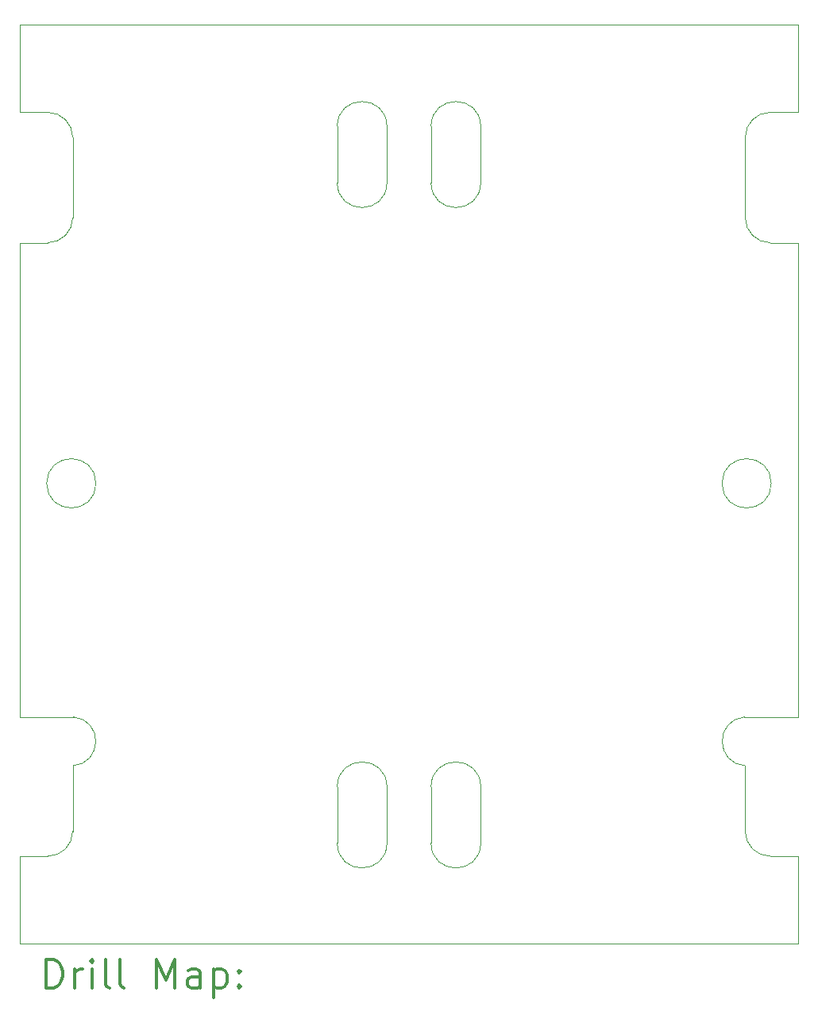
<source format=gbr>
%FSLAX45Y45*%
G04 Gerber Fmt 4.5, Leading zero omitted, Abs format (unit mm)*
G04 Created by KiCad (PCBNEW (5.1.10)-1) date 2022-06-07 20:10:59*
%MOMM*%
%LPD*%
G01*
G04 APERTURE LIST*
%TA.AperFunction,Profile*%
%ADD10C,0.050000*%
%TD*%
%ADD11C,0.200000*%
%ADD12C,0.300000*%
G04 APERTURE END LIST*
D10*
X18599461Y-13955719D02*
X18025539Y-13955719D01*
X18600000Y-8900000D02*
X18599461Y-13955719D01*
X18600000Y-7510000D02*
X18600000Y-7310000D01*
X18600000Y-15645000D02*
X18600000Y-15440000D01*
X10300000Y-15440000D02*
X10300000Y-16375000D01*
X10300000Y-8900000D02*
X10300000Y-13955719D01*
X10300000Y-6575000D02*
X10300000Y-7510000D01*
X18300000Y-8900000D02*
X18600000Y-8900000D01*
X18035000Y-7775000D02*
X18035000Y-8635000D01*
X18300000Y-7510000D02*
X18600000Y-7510000D01*
X18035000Y-8635000D02*
G75*
G03*
X18300000Y-8900000I265000J0D01*
G01*
X18300000Y-7510000D02*
G75*
G03*
X18035000Y-7775000I0J-265000D01*
G01*
X18035000Y-15175000D02*
X18035000Y-14475000D01*
X18300000Y-15440000D02*
X18600000Y-15440000D01*
X18300000Y-15440000D02*
G75*
G02*
X18035000Y-15175000I0J265000D01*
G01*
X10865000Y-15175000D02*
X10865000Y-14475000D01*
X10600000Y-15440000D02*
X10300000Y-15440000D01*
X10600000Y-15440000D02*
G75*
G03*
X10865000Y-15175000I0J265000D01*
G01*
X10865000Y-7775000D02*
X10865000Y-8635000D01*
X10600000Y-8900000D02*
X10300000Y-8900000D01*
X10865000Y-8635000D02*
G75*
G02*
X10600000Y-8900000I-265000J0D01*
G01*
X10600000Y-7510000D02*
G75*
G02*
X10865000Y-7775000I0J-265000D01*
G01*
X10600000Y-7510000D02*
X10300000Y-7510000D01*
X18600000Y-7310000D02*
X18600000Y-6575000D01*
X18600000Y-16375000D02*
X18600000Y-15645000D01*
X18025539Y-13955719D02*
G75*
G03*
X18035000Y-14475000I24461J-259281D01*
G01*
X10874461Y-13955719D02*
G75*
G02*
X10865000Y-14475000I-24461J-259281D01*
G01*
X10874461Y-13955719D02*
X10300000Y-13955719D01*
X15215000Y-15300000D02*
G75*
G02*
X14685000Y-15300000I-265000J0D01*
G01*
X14685000Y-14700000D02*
G75*
G02*
X15215000Y-14700000I265000J0D01*
G01*
X14215000Y-15300000D02*
G75*
G02*
X13685000Y-15300000I-265000J0D01*
G01*
X13685000Y-14700000D02*
G75*
G02*
X14215000Y-14700000I265000J0D01*
G01*
X15215000Y-8260000D02*
G75*
G02*
X14685000Y-8260000I-265000J0D01*
G01*
X14685000Y-7660000D02*
G75*
G02*
X15215000Y-7660000I265000J0D01*
G01*
X13685000Y-7660000D02*
G75*
G02*
X14215000Y-7660000I265000J0D01*
G01*
X14215000Y-8260000D02*
G75*
G02*
X13685000Y-8260000I-265000J0D01*
G01*
X15215000Y-7660000D02*
X15215000Y-8260000D01*
X14685000Y-7660000D02*
X14685000Y-8260000D01*
X13685000Y-7660000D02*
X13685000Y-8260000D01*
X14215000Y-7660000D02*
X14215000Y-8260000D01*
X15215000Y-15300000D02*
X15215000Y-14700000D01*
X14685000Y-14700000D02*
X14685000Y-15300000D01*
X14215000Y-15300000D02*
X14215000Y-14700000D01*
X13685000Y-15300000D02*
X13685000Y-14700000D01*
X18312500Y-11465000D02*
G75*
G03*
X18312500Y-11465000I-262500J0D01*
G01*
X11112500Y-11465000D02*
G75*
G03*
X11112500Y-11465000I-262500J0D01*
G01*
X18600000Y-6575000D02*
X10300000Y-6575000D01*
X10300000Y-16375000D02*
X18600000Y-16375000D01*
D11*
D12*
X10583928Y-16843214D02*
X10583928Y-16543214D01*
X10655357Y-16543214D01*
X10698214Y-16557500D01*
X10726786Y-16586071D01*
X10741071Y-16614643D01*
X10755357Y-16671786D01*
X10755357Y-16714643D01*
X10741071Y-16771786D01*
X10726786Y-16800357D01*
X10698214Y-16828929D01*
X10655357Y-16843214D01*
X10583928Y-16843214D01*
X10883928Y-16843214D02*
X10883928Y-16643214D01*
X10883928Y-16700357D02*
X10898214Y-16671786D01*
X10912500Y-16657500D01*
X10941071Y-16643214D01*
X10969643Y-16643214D01*
X11069643Y-16843214D02*
X11069643Y-16643214D01*
X11069643Y-16543214D02*
X11055357Y-16557500D01*
X11069643Y-16571786D01*
X11083928Y-16557500D01*
X11069643Y-16543214D01*
X11069643Y-16571786D01*
X11255357Y-16843214D02*
X11226786Y-16828929D01*
X11212500Y-16800357D01*
X11212500Y-16543214D01*
X11412500Y-16843214D02*
X11383928Y-16828929D01*
X11369643Y-16800357D01*
X11369643Y-16543214D01*
X11755357Y-16843214D02*
X11755357Y-16543214D01*
X11855357Y-16757500D01*
X11955357Y-16543214D01*
X11955357Y-16843214D01*
X12226786Y-16843214D02*
X12226786Y-16686071D01*
X12212500Y-16657500D01*
X12183928Y-16643214D01*
X12126786Y-16643214D01*
X12098214Y-16657500D01*
X12226786Y-16828929D02*
X12198214Y-16843214D01*
X12126786Y-16843214D01*
X12098214Y-16828929D01*
X12083928Y-16800357D01*
X12083928Y-16771786D01*
X12098214Y-16743214D01*
X12126786Y-16728929D01*
X12198214Y-16728929D01*
X12226786Y-16714643D01*
X12369643Y-16643214D02*
X12369643Y-16943214D01*
X12369643Y-16657500D02*
X12398214Y-16643214D01*
X12455357Y-16643214D01*
X12483928Y-16657500D01*
X12498214Y-16671786D01*
X12512500Y-16700357D01*
X12512500Y-16786072D01*
X12498214Y-16814643D01*
X12483928Y-16828929D01*
X12455357Y-16843214D01*
X12398214Y-16843214D01*
X12369643Y-16828929D01*
X12641071Y-16814643D02*
X12655357Y-16828929D01*
X12641071Y-16843214D01*
X12626786Y-16828929D01*
X12641071Y-16814643D01*
X12641071Y-16843214D01*
X12641071Y-16657500D02*
X12655357Y-16671786D01*
X12641071Y-16686071D01*
X12626786Y-16671786D01*
X12641071Y-16657500D01*
X12641071Y-16686071D01*
M02*

</source>
